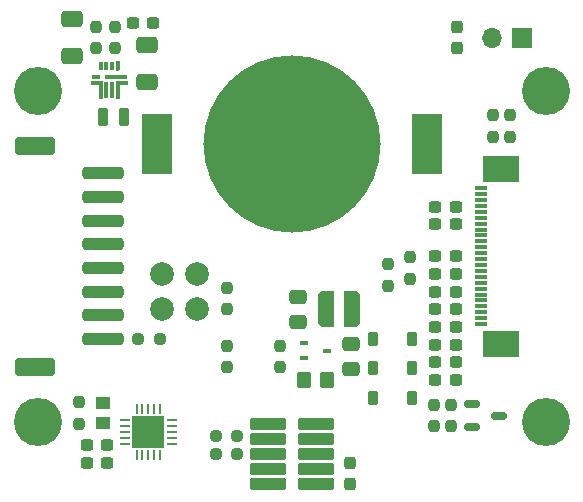
<source format=gts>
%TF.GenerationSoftware,KiCad,Pcbnew,7.0.7*%
%TF.CreationDate,2023-11-30T17:57:34-08:00*%
%TF.ProjectId,TemperatureHumidityEPD,54656d70-6572-4617-9475-726548756d69,rev?*%
%TF.SameCoordinates,PX75040e0PY7b67cc0*%
%TF.FileFunction,Soldermask,Top*%
%TF.FilePolarity,Negative*%
%FSLAX46Y46*%
G04 Gerber Fmt 4.6, Leading zero omitted, Abs format (unit mm)*
G04 Created by KiCad (PCBNEW 7.0.7) date 2023-11-30 17:57:34*
%MOMM*%
%LPD*%
G01*
G04 APERTURE LIST*
G04 Aperture macros list*
%AMRoundRect*
0 Rectangle with rounded corners*
0 $1 Rounding radius*
0 $2 $3 $4 $5 $6 $7 $8 $9 X,Y pos of 4 corners*
0 Add a 4 corners polygon primitive as box body*
4,1,4,$2,$3,$4,$5,$6,$7,$8,$9,$2,$3,0*
0 Add four circle primitives for the rounded corners*
1,1,$1+$1,$2,$3*
1,1,$1+$1,$4,$5*
1,1,$1+$1,$6,$7*
1,1,$1+$1,$8,$9*
0 Add four rect primitives between the rounded corners*
20,1,$1+$1,$2,$3,$4,$5,0*
20,1,$1+$1,$4,$5,$6,$7,0*
20,1,$1+$1,$6,$7,$8,$9,0*
20,1,$1+$1,$8,$9,$2,$3,0*%
%AMOutline5P*
0 Free polygon, 5 corners , with rotation*
0 The origin of the aperture is its center*
0 number of corners: always 5*
0 $1 to $10 corner X, Y*
0 $11 Rotation angle, in degrees counterclockwise*
0 create outline with 5 corners*
4,1,5,$1,$2,$3,$4,$5,$6,$7,$8,$9,$10,$1,$2,$11*%
%AMOutline6P*
0 Free polygon, 6 corners , with rotation*
0 The origin of the aperture is its center*
0 number of corners: always 6*
0 $1 to $12 corner X, Y*
0 $13 Rotation angle, in degrees counterclockwise*
0 create outline with 6 corners*
4,1,6,$1,$2,$3,$4,$5,$6,$7,$8,$9,$10,$11,$12,$1,$2,$13*%
%AMOutline7P*
0 Free polygon, 7 corners , with rotation*
0 The origin of the aperture is its center*
0 number of corners: always 7*
0 $1 to $14 corner X, Y*
0 $15 Rotation angle, in degrees counterclockwise*
0 create outline with 7 corners*
4,1,7,$1,$2,$3,$4,$5,$6,$7,$8,$9,$10,$11,$12,$13,$14,$1,$2,$15*%
%AMOutline8P*
0 Free polygon, 8 corners , with rotation*
0 The origin of the aperture is its center*
0 number of corners: always 8*
0 $1 to $16 corner X, Y*
0 $17 Rotation angle, in degrees counterclockwise*
0 create outline with 8 corners*
4,1,8,$1,$2,$3,$4,$5,$6,$7,$8,$9,$10,$11,$12,$13,$14,$15,$16,$1,$2,$17*%
%AMFreePoly0*
4,1,7,0.723768,-0.149824,-0.430033,-0.150223,-0.430033,-0.803623,-0.734833,-0.803623,-0.734833,0.154777,0.723768,0.154976,0.723768,-0.149824,0.723768,-0.149824,$1*%
%AMFreePoly1*
4,1,7,-0.760101,0.152799,0.393700,0.152400,0.393700,-0.152400,-1.064901,-0.152201,-1.064901,0.806199,-0.760101,0.806199,-0.760101,0.152799,-0.760101,0.152799,$1*%
G04 Aperture macros list end*
%ADD10R,2.500000X5.100000*%
%ADD11C,15.000000*%
%ADD12RoundRect,0.237500X0.237500X-0.300000X0.237500X0.300000X-0.237500X0.300000X-0.237500X-0.300000X0*%
%ADD13RoundRect,0.237500X0.300000X0.237500X-0.300000X0.237500X-0.300000X-0.237500X0.300000X-0.237500X0*%
%ADD14R,1.700000X1.700000*%
%ADD15O,1.700000X1.700000*%
%ADD16RoundRect,0.102000X1.395000X-0.370000X1.395000X0.370000X-1.395000X0.370000X-1.395000X-0.370000X0*%
%ADD17RoundRect,0.250000X-1.500000X0.250000X-1.500000X-0.250000X1.500000X-0.250000X1.500000X0.250000X0*%
%ADD18RoundRect,0.250001X-1.449999X0.499999X-1.449999X-0.499999X1.449999X-0.499999X1.449999X0.499999X0*%
%ADD19RoundRect,0.237500X0.237500X-0.250000X0.237500X0.250000X-0.237500X0.250000X-0.237500X-0.250000X0*%
%ADD20C,4.064000*%
%ADD21RoundRect,0.237500X-0.250000X-0.237500X0.250000X-0.237500X0.250000X0.237500X-0.250000X0.237500X0*%
%ADD22RoundRect,0.062500X-0.062500X0.350000X-0.062500X-0.350000X0.062500X-0.350000X0.062500X0.350000X0*%
%ADD23RoundRect,0.062500X-0.350000X0.062500X-0.350000X-0.062500X0.350000X-0.062500X0.350000X0.062500X0*%
%ADD24R,2.700000X2.700000*%
%ADD25R,0.700000X0.450000*%
%ADD26RoundRect,0.237500X-0.237500X0.250000X-0.237500X-0.250000X0.237500X-0.250000X0.237500X0.250000X0*%
%ADD27RoundRect,0.237500X0.250000X0.237500X-0.250000X0.237500X-0.250000X-0.237500X0.250000X-0.237500X0*%
%ADD28RoundRect,0.200000X0.200000X0.600000X-0.200000X0.600000X-0.200000X-0.600000X0.200000X-0.600000X0*%
%ADD29RoundRect,0.237500X-0.300000X-0.237500X0.300000X-0.237500X0.300000X0.237500X-0.300000X0.237500X0*%
%ADD30R,1.200000X1.050000*%
%ADD31R,3.100000X2.300000*%
%ADD32R,1.100000X0.300000*%
%ADD33RoundRect,0.150000X-0.512500X-0.150000X0.512500X-0.150000X0.512500X0.150000X-0.512500X0.150000X0*%
%ADD34Outline6P,-0.700000X1.220000X-0.420000X1.500000X0.700000X1.500000X0.700000X-1.500000X-0.420000X-1.500000X-0.700000X-1.220000X0.000000*%
%ADD35Outline6P,-0.700000X1.500000X0.420000X1.500000X0.700000X1.220000X0.700000X-1.220000X0.420000X-1.500000X-0.700000X-1.500000X0.000000*%
%ADD36RoundRect,0.225000X0.225000X0.375000X-0.225000X0.375000X-0.225000X-0.375000X0.225000X-0.375000X0*%
%ADD37RoundRect,0.250000X-0.350000X-0.450000X0.350000X-0.450000X0.350000X0.450000X-0.350000X0.450000X0*%
%ADD38C,2.000000*%
%ADD39RoundRect,0.225000X-0.225000X-0.375000X0.225000X-0.375000X0.225000X0.375000X-0.225000X0.375000X0*%
%ADD40RoundRect,0.250000X0.650000X-0.412500X0.650000X0.412500X-0.650000X0.412500X-0.650000X-0.412500X0*%
%ADD41Outline5P,-0.393700X0.152400X0.241300X0.152400X0.393700X0.000000X0.393700X-0.152400X-0.393700X-0.152400X270.000000*%
%ADD42R,0.304800X0.787400*%
%ADD43R,0.787400X0.304800*%
%ADD44R,0.127000X0.127000*%
%ADD45FreePoly0,270.000000*%
%ADD46R,0.304800X1.447800*%
%ADD47FreePoly1,270.000000*%
%ADD48R,1.955800X0.304800*%
%ADD49RoundRect,0.250000X0.475000X-0.337500X0.475000X0.337500X-0.475000X0.337500X-0.475000X-0.337500X0*%
G04 APERTURE END LIST*
%TO.C,U3*%
G36*
X9452401Y37366300D02*
G01*
X9287401Y37201300D01*
X9147601Y37201300D01*
X9147601Y37988700D01*
X9452400Y37988700D01*
X9452401Y37366300D01*
G37*
G36*
X7952399Y34876300D02*
G01*
X7647599Y34876300D01*
X7647200Y36030101D01*
X6993800Y36030101D01*
X6993800Y36334901D01*
X7952200Y36334901D01*
X7952399Y34876300D01*
G37*
%TD*%
D10*
%TO.C,BT1*%
X35450000Y31000000D03*
X12550000Y31000000D03*
D11*
X24000000Y31000000D03*
%TD*%
D12*
%TO.C,C1*%
X38000000Y39137500D03*
X38000000Y40862500D03*
%TD*%
%TO.C,C2*%
X28900000Y2237500D03*
X28900000Y3962500D03*
%TD*%
D13*
%TO.C,C4*%
X8362500Y4000000D03*
X6637500Y4000000D03*
%TD*%
%TO.C,C5*%
X8362500Y5500000D03*
X6637500Y5500000D03*
%TD*%
D14*
%TO.C,J1*%
X43500000Y40000000D03*
D15*
X40960000Y40000000D03*
%TD*%
D16*
%TO.C,J2*%
X26035000Y2185000D03*
X21965000Y2185000D03*
X26035000Y3455000D03*
X21965000Y3455000D03*
X26035000Y4725000D03*
X21965000Y4725000D03*
X26035000Y5995000D03*
X21965000Y5995000D03*
X26035000Y7265000D03*
X21965000Y7265000D03*
%TD*%
D17*
%TO.C,J3*%
X8000000Y28500000D03*
X8000000Y26500000D03*
X8000000Y24500000D03*
X8000000Y22500000D03*
X8000000Y20500000D03*
X8000000Y18500000D03*
X8000000Y16500000D03*
X8000000Y14500000D03*
D18*
X2250000Y30850000D03*
X2250000Y12150000D03*
%TD*%
D19*
%TO.C,L1*%
X6000000Y7312500D03*
X6000000Y9137500D03*
%TD*%
D20*
%TO.C,MP1*%
X45500000Y7500000D03*
%TD*%
%TO.C,MP2*%
X2500000Y35500000D03*
%TD*%
%TO.C,MP3*%
X2500000Y7500000D03*
%TD*%
%TO.C,MP4*%
X45500000Y35500000D03*
%TD*%
D21*
%TO.C,R2*%
X10987500Y14500000D03*
X12812500Y14500000D03*
%TD*%
D22*
%TO.C,U2*%
X12852500Y8562500D03*
X12352500Y8562500D03*
X11852500Y8562500D03*
X11352500Y8562500D03*
X10852500Y8562500D03*
D23*
X9890000Y7600000D03*
X9890000Y7100000D03*
X9890000Y6600000D03*
X9890000Y6100000D03*
X9890000Y5600000D03*
D22*
X10852500Y4637500D03*
X11352500Y4637500D03*
X11852500Y4637500D03*
X12352500Y4637500D03*
X12852500Y4637500D03*
D23*
X13815000Y5600000D03*
X13815000Y6100000D03*
X13815000Y6600000D03*
X13815000Y7100000D03*
X13815000Y7600000D03*
D24*
X11852500Y6600000D03*
%TD*%
D25*
%TO.C,Q1*%
X25000000Y14150000D03*
X25000000Y12850000D03*
X27000000Y13500000D03*
%TD*%
D26*
%TO.C,R4*%
X18500000Y18825000D03*
X18500000Y17000000D03*
%TD*%
%TO.C,R5*%
X7400000Y40912500D03*
X7400000Y39087500D03*
%TD*%
%TO.C,R14*%
X32100000Y20812500D03*
X32100000Y18987500D03*
%TD*%
D13*
%TO.C,C19*%
X37862500Y12500000D03*
X36137500Y12500000D03*
%TD*%
D27*
%TO.C,R6*%
X19377500Y4765000D03*
X17552500Y4765000D03*
%TD*%
D26*
%TO.C,R16*%
X36000000Y8912500D03*
X36000000Y7087500D03*
%TD*%
D13*
%TO.C,C11*%
X37862500Y24200000D03*
X36137500Y24200000D03*
%TD*%
D28*
%TO.C,L2*%
X9800000Y33290000D03*
X8000000Y33290000D03*
%TD*%
D13*
%TO.C,C20*%
X37862500Y11000000D03*
X36137500Y11000000D03*
%TD*%
%TO.C,C14*%
X37862500Y20000000D03*
X36137500Y20000000D03*
%TD*%
D29*
%TO.C,C7*%
X10537500Y41200000D03*
X12262500Y41200000D03*
%TD*%
D30*
%TO.C,Y1*%
X8000000Y9050000D03*
X8000000Y7400000D03*
%TD*%
D13*
%TO.C,C16*%
X37862500Y17000000D03*
X36137500Y17000000D03*
%TD*%
%TO.C,C18*%
X37862500Y14000000D03*
X36137500Y14000000D03*
%TD*%
D31*
%TO.C,J4*%
X41750000Y28920000D03*
X41750000Y14080000D03*
D32*
X40050000Y15750000D03*
X40050000Y16250000D03*
X40050000Y16750000D03*
X40050000Y17250000D03*
X40050000Y17750000D03*
X40050000Y18250000D03*
X40050000Y18750000D03*
X40050000Y19250000D03*
X40050000Y19750000D03*
X40050000Y20250000D03*
X40050000Y20750000D03*
X40050000Y21250000D03*
X40050000Y21750000D03*
X40050000Y22250000D03*
X40050000Y22750000D03*
X40050000Y23250000D03*
X40050000Y23750000D03*
X40050000Y24250000D03*
X40050000Y24750000D03*
X40050000Y25250000D03*
X40050000Y25750000D03*
X40050000Y26250000D03*
X40050000Y26750000D03*
X40050000Y27250000D03*
%TD*%
D19*
%TO.C,R15*%
X23000000Y12087500D03*
X23000000Y13912500D03*
%TD*%
D26*
%TO.C,R9*%
X41000000Y33412500D03*
X41000000Y31587500D03*
%TD*%
D33*
%TO.C,Q2*%
X39225000Y8950000D03*
X39225000Y7050000D03*
X41500000Y8000000D03*
%TD*%
D34*
%TO.C,L4*%
X26900000Y17000000D03*
D35*
X29100000Y17000000D03*
%TD*%
D13*
%TO.C,C15*%
X37862500Y18500000D03*
X36137500Y18500000D03*
%TD*%
D36*
%TO.C,D3*%
X34150000Y9500000D03*
X30850000Y9500000D03*
%TD*%
D26*
%TO.C,R8*%
X18500000Y13912500D03*
X18500000Y12087500D03*
%TD*%
D19*
%TO.C,L3*%
X34000000Y19587500D03*
X34000000Y21412500D03*
%TD*%
D13*
%TO.C,C13*%
X37862500Y21500000D03*
X36137500Y21500000D03*
%TD*%
D37*
%TO.C,R18*%
X25000000Y11000000D03*
X27000000Y11000000D03*
%TD*%
D38*
%TO.C,TP1*%
X13000000Y20000000D03*
X13000000Y17000000D03*
%TD*%
%TO.C,TP2*%
X16000000Y20000000D03*
X16000000Y17000000D03*
%TD*%
D13*
%TO.C,C17*%
X37862500Y15500000D03*
X36137500Y15500000D03*
%TD*%
D36*
%TO.C,D5*%
X34150000Y14500000D03*
X30850000Y14500000D03*
%TD*%
D39*
%TO.C,D4*%
X30850000Y12000000D03*
X34150000Y12000000D03*
%TD*%
D13*
%TO.C,C10*%
X37862500Y25700000D03*
X36137500Y25700000D03*
%TD*%
D26*
%TO.C,R10*%
X42500000Y33412500D03*
X42500000Y31587500D03*
%TD*%
D40*
%TO.C,C8*%
X5400000Y38437500D03*
X5400000Y41562500D03*
%TD*%
D41*
%TO.C,U3*%
X9300001Y37595000D03*
D42*
X8800000Y37595000D03*
X8300000Y37595000D03*
X7799999Y37595000D03*
D43*
X7387500Y36682500D03*
D44*
X7387500Y36182500D03*
D45*
X7799999Y35600000D03*
D46*
X8300000Y35600000D03*
X8800000Y35600000D03*
D47*
X9300001Y35270000D03*
D44*
X9712500Y36182500D03*
D48*
X9128500Y36682500D03*
%TD*%
D40*
%TO.C,C6*%
X11700000Y36237500D03*
X11700000Y39362500D03*
%TD*%
D19*
%TO.C,R17*%
X37500000Y7087500D03*
X37500000Y8912500D03*
%TD*%
%TO.C,R13*%
X9000000Y39087500D03*
X9000000Y40912500D03*
%TD*%
D49*
%TO.C,C12*%
X29000000Y11962500D03*
X29000000Y14037500D03*
%TD*%
%TO.C,C9*%
X24500000Y15962500D03*
X24500000Y18037500D03*
%TD*%
D27*
%TO.C,R7*%
X19377500Y6265000D03*
X17552500Y6265000D03*
%TD*%
M02*

</source>
